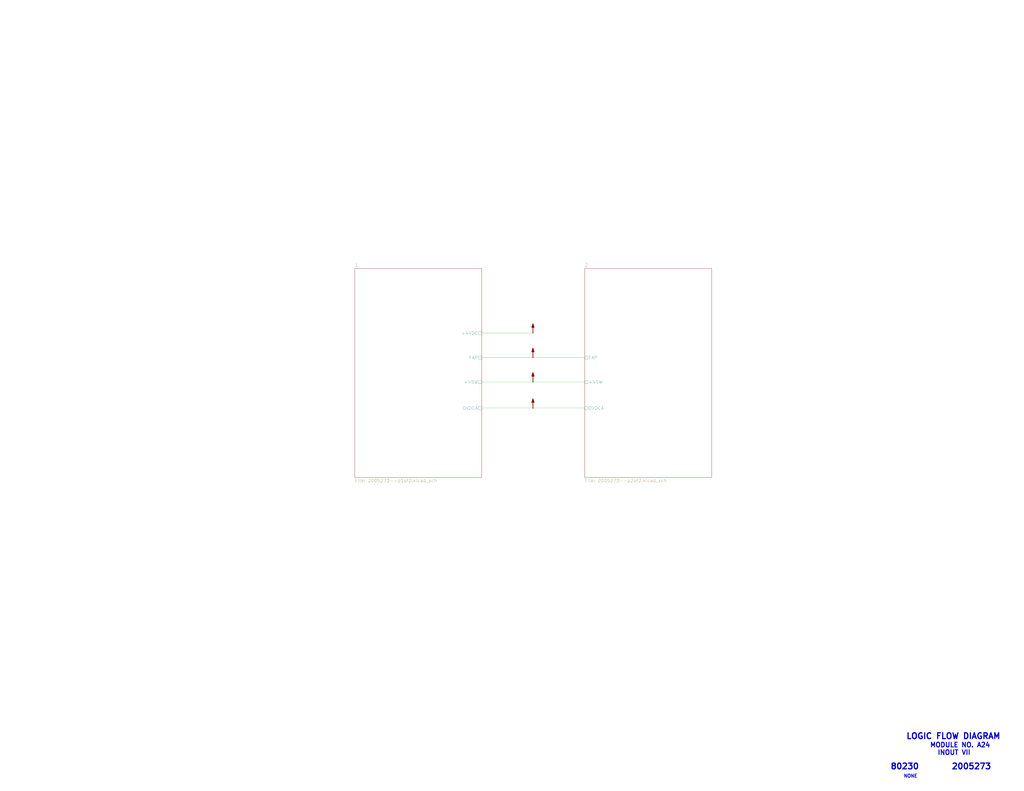
<source format=kicad_sch>
(kicad_sch (version 20211123) (generator eeschema)
  (paper "E")
  (lib_symbols
    (symbol "AGC_DSKY:PWR_FLAG" (power) (pin_numbers hide) (pin_names (offset 0) hide)
      (symbol "PWR_FLAG_0_0"
        (pin power_out line (at 0 0 90) (length 0) (name "pwr") (number "1"))
      )
      (symbol "PWR_FLAG_0_1"
        (polyline (pts (xy 0 0) (xy 0 10.16)) (stroke (width 0.762)))
        (polyline (pts (xy 0 10.16) (xy -1.27 6.35) (xy 1.27 6.35) (xy 0 10.16)) (stroke (width 0.762)) (fill (type outline)))
      )
    )
  )
  (junction (at 581.66 445.77))
  (junction (at 581.66 390.525))
  (junction (at 581.66 417.195))
  (wire (pts (xy 581.66 445.77) (xy 638.175 445.77)))
  (wire (pts (xy 525.78 417.195) (xy 581.66 417.195)))
  (wire (pts (xy 525.78 445.77) (xy 581.66 445.77)))
  (wire (pts (xy 581.66 417.195) (xy 638.175 417.195)))
  (wire (pts (xy 525.78 390.525) (xy 581.66 390.525)))
  (wire (pts (xy 581.66 390.525) (xy 638.175 390.525)))
  (wire (pts (xy 525.78 363.855) (xy 581.66 363.855)))
  (text "INOUT VII" (at 1022.985 824.865 0) (effects (font (size 5.08 5.08) (thickness 1.016) bold) (justify left bottom)))
  (text "LOGIC FLOW DIAGRAM" (at 988.695 807.72 0) (effects (font (size 6.35 6.35) (thickness 1.27) bold) (justify left bottom)))
  (text "NONE" (at 986.155 849.63 0) (effects (font (size 3.556 3.556) (thickness 0.7112) bold) (justify left bottom)))
  (text "MODULE NO. A24" (at 1014.73 816.61 0) (effects (font (size 5.08 5.08) (thickness 1.016) bold) (justify left bottom)))
  (text "80230" (at 971.55 840.74 0) (effects (font (size 6.35 6.35) (thickness 1.27) bold) (justify left bottom)))
  (text "2005273" (at 1038.225 840.74 0) (effects (font (size 6.35 6.35) (thickness 1.27) bold) (justify left bottom)))
  (symbol (lib_id "AGC_DSKY:PWR_FLAG") (at 581.66 363.855 0) (unit 1)
    (property "Reference" "#FLG0104" (effects hide))
    (property "Value" "PWR_FLAG" (effects hide))
  )
  (symbol (lib_id "AGC_DSKY:PWR_FLAG") (at 581.66 445.77 0) (unit 1)
    (property "Reference" "#FLG0103" (effects hide))
    (property "Value" "PWR_FLAG" (effects hide))
  )
  (symbol (lib_id "AGC_DSKY:PWR_FLAG") (at 581.66 417.195 0) (unit 1)
    (property "Reference" "#FLG0102" (effects hide))
    (property "Value" "PWR_FLAG" (effects hide))
  )
  (symbol (lib_id "AGC_DSKY:PWR_FLAG") (at 581.66 390.525 0) (unit 1)
    (property "Reference" "#FLG0101" (effects hide))
    (property "Value" "PWR_FLAG" (effects hide))
  )
  (sheet (at 387.35 293.37) (size 138.43 227.965)
    (property "Sheet name" "1" (at 387.35 291.5154 0) (effects (font (size 3.556 3.556)) (justify left bottom)))
    (property "Sheet file" "2005273--p1of2.kicad_sch" (at 387.35 522.834 0) (effects (font (size 3.556 3.556)) (justify left top)))
    (pin "0VDCA" passive (at 525.78 445.77 0) (effects (font (size 3.556 3.556))))
    (pin "+4SW" passive (at 525.78 417.195 0) (effects (font (size 3.556 3.556))))
    (pin "FAP" passive (at 525.78 390.525 0) (effects (font (size 3.556 3.556))))
    (pin "+4VDC" passive (at 525.78 363.855 0) (effects (font (size 3.556 3.556))))
  )
  (sheet (at 638.175 293.37) (size 138.43 227.965)
    (property "Sheet name" "2" (at 638.175 291.5154 0) (effects (font (size 3.556 3.556)) (justify left bottom)))
    (property "Sheet file" "2005273--p2of2.kicad_sch" (at 638.175 522.834 0) (effects (font (size 3.556 3.556)) (justify left top)))
    (pin "0VDCA" passive (at 638.175 445.77 180) (effects (font (size 3.556 3.556))))
    (pin "+4SW" passive (at 638.175 417.195 180) (effects (font (size 3.556 3.556))))
    (pin "FAP" passive (at 638.175 390.525 180) (effects (font (size 3.556 3.556))))
  )
)
</source>
